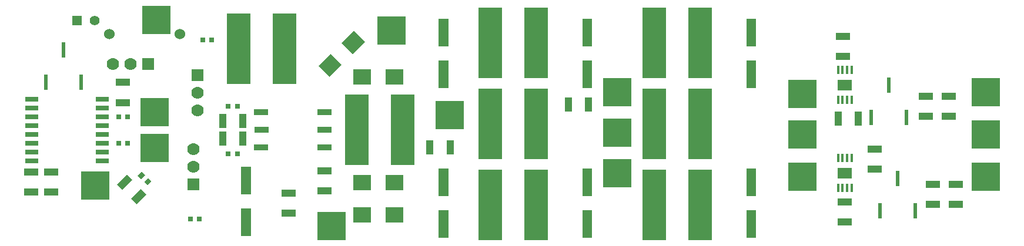
<source format=gts>
G04 (created by PCBNEW (2013-may-18)-stable) date 2014年02月07日 星期五 16时20分23秒*
%MOIN*%
G04 Gerber Fmt 3.4, Leading zero omitted, Abs format*
%FSLAX34Y34*%
G01*
G70*
G90*
G04 APERTURE LIST*
%ADD10C,0.00590551*%
%ADD11R,0.137795X0.401575*%
%ADD12R,0.075X0.025*%
%ADD13R,0.055X0.055*%
%ADD14C,0.055*%
%ADD15R,0.0275591X0.0314961*%
%ADD16R,0.015X0.05*%
%ADD17R,0.0787402X0.0629921*%
%ADD18C,0.07*%
%ADD19R,0.07X0.07*%
%ADD20R,0.0984252X0.0866142*%
%ADD21R,0.0787402X0.0433071*%
%ADD22R,0.0433071X0.0787402*%
%ADD23R,0.02X0.09*%
%ADD24R,0.081X0.038*%
%ADD25R,0.16X0.16*%
%ADD26C,0.06*%
G04 APERTURE END LIST*
G54D10*
G36*
X51474Y-36606D02*
X51474Y-35031D01*
X52025Y-35031D01*
X52025Y-36606D01*
X51474Y-36606D01*
X51474Y-36606D01*
G37*
G36*
X51474Y-38968D02*
X51474Y-37393D01*
X52025Y-37393D01*
X52025Y-38968D01*
X51474Y-38968D01*
X51474Y-38968D01*
G37*
G36*
X68924Y-45106D02*
X68924Y-43531D01*
X69475Y-43531D01*
X69475Y-45106D01*
X68924Y-45106D01*
X68924Y-45106D01*
G37*
G36*
X68924Y-47468D02*
X68924Y-45893D01*
X69475Y-45893D01*
X69475Y-47468D01*
X68924Y-47468D01*
X68924Y-47468D01*
G37*
G36*
X40274Y-45006D02*
X40274Y-43431D01*
X40825Y-43431D01*
X40825Y-45006D01*
X40274Y-45006D01*
X40274Y-45006D01*
G37*
G36*
X40274Y-47368D02*
X40274Y-45793D01*
X40825Y-45793D01*
X40825Y-47368D01*
X40274Y-47368D01*
X40274Y-47368D01*
G37*
G36*
X59624Y-36606D02*
X59624Y-35031D01*
X60175Y-35031D01*
X60175Y-36606D01*
X59624Y-36606D01*
X59624Y-36606D01*
G37*
G36*
X59624Y-38968D02*
X59624Y-37393D01*
X60175Y-37393D01*
X60175Y-38968D01*
X59624Y-38968D01*
X59624Y-38968D01*
G37*
G36*
X51474Y-45106D02*
X51474Y-43531D01*
X52025Y-43531D01*
X52025Y-45106D01*
X51474Y-45106D01*
X51474Y-45106D01*
G37*
G36*
X51474Y-47468D02*
X51474Y-45893D01*
X52025Y-45893D01*
X52025Y-47468D01*
X51474Y-47468D01*
X51474Y-47468D01*
G37*
G36*
X68924Y-36606D02*
X68924Y-35031D01*
X69475Y-35031D01*
X69475Y-36606D01*
X68924Y-36606D01*
X68924Y-36606D01*
G37*
G36*
X68924Y-38968D02*
X68924Y-37393D01*
X69475Y-37393D01*
X69475Y-38968D01*
X68924Y-38968D01*
X68924Y-38968D01*
G37*
G36*
X59624Y-45106D02*
X59624Y-43531D01*
X60175Y-43531D01*
X60175Y-45106D01*
X59624Y-45106D01*
X59624Y-45106D01*
G37*
G36*
X59624Y-47468D02*
X59624Y-45893D01*
X60175Y-45893D01*
X60175Y-47468D01*
X59624Y-47468D01*
X59624Y-47468D01*
G37*
G54D11*
X54400Y-36400D03*
X56999Y-36400D03*
X40125Y-36725D03*
X42724Y-36725D03*
X63700Y-45600D03*
X66299Y-45600D03*
X46825Y-41325D03*
X49424Y-41325D03*
X63700Y-36400D03*
X66299Y-36400D03*
X54400Y-45600D03*
X56999Y-45600D03*
G54D12*
X28400Y-39600D03*
X28400Y-40100D03*
X28400Y-40600D03*
X28400Y-41100D03*
X28400Y-41600D03*
X28400Y-42100D03*
X28400Y-42600D03*
X28400Y-43100D03*
X32400Y-43100D03*
X32400Y-42600D03*
X32400Y-42100D03*
X32400Y-41600D03*
X32400Y-41100D03*
X32400Y-40600D03*
X32400Y-40100D03*
X32400Y-39600D03*
G54D13*
X30975Y-35150D03*
G54D14*
X31975Y-35150D03*
G54D15*
X33319Y-40600D03*
X33830Y-40600D03*
X33319Y-42100D03*
X33830Y-42100D03*
G54D16*
X74884Y-42950D03*
X74628Y-42950D03*
X74372Y-42950D03*
X74116Y-42950D03*
X74116Y-44650D03*
X74372Y-44650D03*
X74628Y-44650D03*
X74884Y-44650D03*
G54D17*
X74500Y-43800D03*
G54D16*
X74116Y-39650D03*
X74372Y-39650D03*
X74628Y-39650D03*
X74884Y-39650D03*
X74884Y-37950D03*
X74628Y-37950D03*
X74372Y-37950D03*
X74116Y-37950D03*
G54D17*
X74500Y-38800D03*
G54D18*
X37550Y-42425D03*
X37550Y-43425D03*
G54D19*
X37550Y-44425D03*
G54D18*
X37800Y-40250D03*
X37800Y-39250D03*
G54D19*
X37800Y-38250D03*
G54D20*
X48975Y-44325D03*
X47124Y-44325D03*
G54D10*
G36*
X45279Y-38333D02*
X44666Y-37720D01*
X45362Y-37025D01*
X45975Y-37637D01*
X45279Y-38333D01*
X45279Y-38333D01*
G37*
G36*
X46587Y-37025D02*
X45975Y-36412D01*
X46670Y-35716D01*
X47283Y-36329D01*
X46587Y-37025D01*
X46587Y-37025D01*
G37*
G54D20*
X48975Y-46175D03*
X47124Y-46175D03*
X47124Y-38350D03*
X48975Y-38350D03*
G54D21*
X80400Y-39429D03*
X80400Y-40570D03*
X79500Y-44429D03*
X79500Y-45570D03*
X80800Y-44429D03*
X80800Y-45570D03*
X76200Y-43570D03*
X76200Y-42429D03*
X74500Y-45429D03*
X74500Y-46570D03*
X79100Y-39429D03*
X79100Y-40570D03*
G54D22*
X74129Y-40700D03*
X75270Y-40700D03*
G54D21*
X74400Y-37170D03*
X74400Y-36029D03*
X33575Y-39795D03*
X33575Y-38654D03*
X29500Y-43729D03*
X29500Y-44870D03*
X28375Y-43729D03*
X28375Y-44870D03*
G54D23*
X77500Y-44100D03*
X76500Y-45950D03*
X78500Y-45950D03*
X77000Y-38800D03*
X76000Y-40650D03*
X78000Y-40650D03*
X30200Y-36800D03*
X29200Y-38650D03*
X31200Y-38650D03*
G54D24*
X41400Y-40325D03*
X41420Y-41325D03*
X41400Y-42325D03*
X45000Y-40325D03*
X45000Y-41325D03*
X45000Y-42325D03*
G54D11*
X63700Y-41000D03*
X66299Y-41000D03*
X54400Y-41000D03*
X56999Y-41000D03*
G54D15*
X38094Y-36225D03*
X38605Y-36225D03*
X37905Y-46400D03*
X37394Y-46400D03*
X39544Y-42700D03*
X40055Y-42700D03*
X39544Y-40000D03*
X40055Y-40000D03*
G54D22*
X39229Y-41850D03*
X40370Y-41850D03*
X39229Y-40825D03*
X40370Y-40825D03*
G54D21*
X42975Y-44929D03*
X42975Y-46070D03*
X45000Y-43679D03*
X45000Y-44820D03*
G54D22*
X52120Y-42350D03*
X50979Y-42350D03*
X59970Y-39900D03*
X58829Y-39900D03*
G54D25*
X48800Y-35700D03*
X45400Y-46800D03*
X72100Y-41600D03*
X82500Y-39200D03*
X82500Y-41600D03*
X82500Y-44000D03*
X35450Y-35100D03*
X35375Y-42375D03*
X35375Y-40325D03*
X52100Y-40500D03*
X61600Y-39200D03*
X61600Y-43800D03*
X61600Y-41500D03*
X72100Y-44000D03*
X72100Y-39300D03*
X32000Y-44500D03*
G54D26*
X32800Y-35900D03*
X36800Y-35900D03*
G54D10*
G36*
X33239Y-44446D02*
X33796Y-43889D01*
X34102Y-44196D01*
X33546Y-44752D01*
X33239Y-44446D01*
X33239Y-44446D01*
G37*
G36*
X34047Y-45253D02*
X34603Y-44697D01*
X34910Y-45003D01*
X34353Y-45560D01*
X34047Y-45253D01*
X34047Y-45253D01*
G37*
G54D18*
X33000Y-37600D03*
X34000Y-37600D03*
G54D19*
X35000Y-37600D03*
G54D10*
G36*
X34605Y-44127D02*
X34410Y-43932D01*
X34632Y-43710D01*
X34827Y-43905D01*
X34605Y-44127D01*
X34605Y-44127D01*
G37*
G36*
X34967Y-44489D02*
X34772Y-44294D01*
X34994Y-44072D01*
X35189Y-44267D01*
X34967Y-44489D01*
X34967Y-44489D01*
G37*
M02*

</source>
